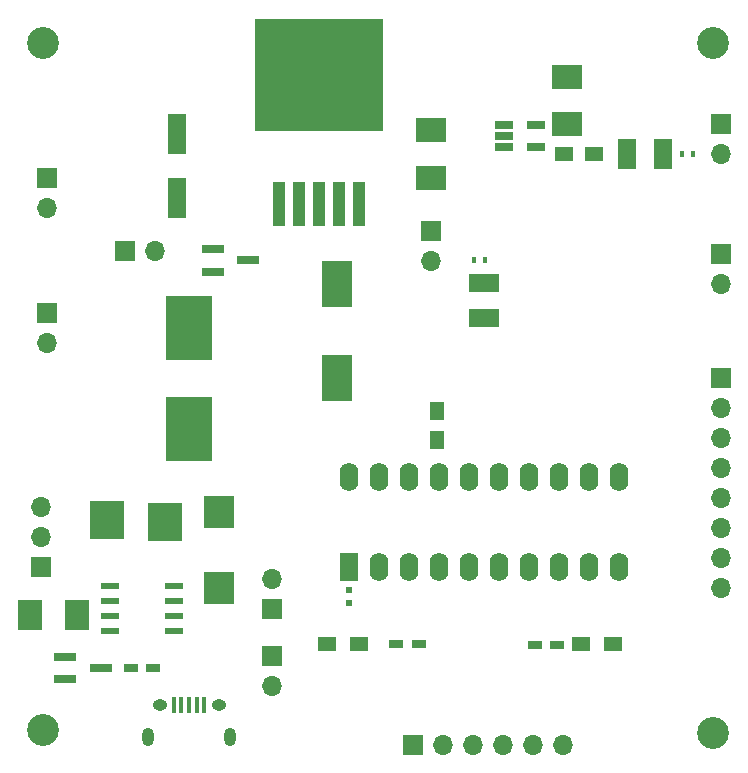
<source format=gbr>
G04 #@! TF.FileFunction,Soldermask,Top*
%FSLAX46Y46*%
G04 Gerber Fmt 4.6, Leading zero omitted, Abs format (unit mm)*
G04 Created by KiCad (PCBNEW 4.0.7) date 03/26/18 17:29:43*
%MOMM*%
%LPD*%
G01*
G04 APERTURE LIST*
%ADD10C,0.100000*%
%ADD11R,1.600000X3.500000*%
%ADD12R,2.500000X4.000000*%
%ADD13R,0.500000X0.600000*%
%ADD14R,1.500000X1.250000*%
%ADD15R,2.500000X2.000000*%
%ADD16R,1.250000X1.500000*%
%ADD17R,1.200000X0.750000*%
%ADD18R,2.550000X2.770000*%
%ADD19R,2.000000X2.500000*%
%ADD20R,1.900000X0.800000*%
%ADD21R,1.700000X1.700000*%
%ADD22O,1.700000X1.700000*%
%ADD23R,0.400000X1.350000*%
%ADD24O,1.250000X0.950000*%
%ADD25O,1.000000X1.550000*%
%ADD26R,4.000000X5.500000*%
%ADD27R,3.000000X3.200000*%
%ADD28R,1.500000X1.300000*%
%ADD29R,1.000000X3.850000*%
%ADD30R,10.950000X9.600000*%
%ADD31R,1.560000X0.650000*%
%ADD32R,1.600000X2.400000*%
%ADD33O,1.600000X2.400000*%
%ADD34R,1.550000X0.600000*%
%ADD35C,2.700000*%
%ADD36R,1.500000X2.600000*%
%ADD37R,2.600000X1.500000*%
%ADD38R,0.400000X0.600000*%
G04 APERTURE END LIST*
D10*
D11*
X122600000Y-73300000D03*
X122600000Y-67900000D03*
D12*
X136100000Y-80600000D03*
X136100000Y-88600000D03*
D13*
X137100000Y-106550000D03*
X137100000Y-107650000D03*
D14*
X155350000Y-69600000D03*
X157850000Y-69600000D03*
D15*
X155600000Y-67100000D03*
X155600000Y-63100000D03*
X144100000Y-71600000D03*
X144100000Y-67600000D03*
D16*
X144600000Y-93850000D03*
X144600000Y-91350000D03*
D17*
X118650000Y-113100000D03*
X120550000Y-113100000D03*
D18*
X126100000Y-106320000D03*
X126100000Y-99880000D03*
D19*
X110100000Y-108600000D03*
X114100000Y-108600000D03*
D20*
X125600000Y-77650000D03*
X125600000Y-79550000D03*
X128600000Y-78600000D03*
D17*
X143050000Y-111100000D03*
X141150000Y-111100000D03*
X152850000Y-111200000D03*
X154750000Y-111200000D03*
D20*
X113100000Y-112150000D03*
X113100000Y-114050000D03*
X116100000Y-113100000D03*
D21*
X111600000Y-71600000D03*
D22*
X111600000Y-74140000D03*
D21*
X111600000Y-83100000D03*
D22*
X111600000Y-85640000D03*
D23*
X122300000Y-116250000D03*
X122950000Y-116250000D03*
X123600000Y-116250000D03*
X124250000Y-116250000D03*
X124900000Y-116250000D03*
D24*
X121100000Y-116250000D03*
X126100000Y-116250000D03*
D25*
X120100000Y-118950000D03*
X127100000Y-118950000D03*
D21*
X130600000Y-112100000D03*
D22*
X130600000Y-114640000D03*
D21*
X130600000Y-108100000D03*
D22*
X130600000Y-105560000D03*
D21*
X144100000Y-76100000D03*
D22*
X144100000Y-78640000D03*
D21*
X142600000Y-119600000D03*
D22*
X145140000Y-119600000D03*
X147680000Y-119600000D03*
X150220000Y-119600000D03*
X152760000Y-119600000D03*
X155300000Y-119600000D03*
D21*
X168600000Y-67100000D03*
D22*
X168600000Y-69640000D03*
D21*
X168600000Y-78100000D03*
D22*
X168600000Y-80640000D03*
D21*
X111100000Y-104600000D03*
D22*
X111100000Y-102060000D03*
X111100000Y-99520000D03*
D21*
X168600000Y-88600000D03*
D22*
X168600000Y-91140000D03*
X168600000Y-93680000D03*
X168600000Y-96220000D03*
X168600000Y-98760000D03*
X168600000Y-101300000D03*
X168600000Y-103840000D03*
X168600000Y-106380000D03*
D26*
X123600000Y-92850000D03*
X123600000Y-84350000D03*
D27*
X121550000Y-100775000D03*
X116650000Y-100600000D03*
D28*
X135250000Y-111100000D03*
X137950000Y-111100000D03*
X159450000Y-111100000D03*
X156750000Y-111100000D03*
D29*
X131200000Y-73800000D03*
D30*
X134600000Y-62900000D03*
D29*
X132900000Y-73800000D03*
X134600000Y-73800000D03*
X136300000Y-73800000D03*
X138000000Y-73800000D03*
D31*
X150250000Y-67150000D03*
X150250000Y-68100000D03*
X150250000Y-69050000D03*
X152950000Y-69050000D03*
X152950000Y-67150000D03*
D32*
X137100000Y-104600000D03*
D33*
X159960000Y-96980000D03*
X139640000Y-104600000D03*
X157420000Y-96980000D03*
X142180000Y-104600000D03*
X154880000Y-96980000D03*
X144720000Y-104600000D03*
X152340000Y-96980000D03*
X147260000Y-104600000D03*
X149800000Y-96980000D03*
X149800000Y-104600000D03*
X147260000Y-96980000D03*
X152340000Y-104600000D03*
X144720000Y-96980000D03*
X154880000Y-104600000D03*
X142180000Y-96980000D03*
X157420000Y-104600000D03*
X139640000Y-96980000D03*
X159960000Y-104600000D03*
X137100000Y-96980000D03*
D34*
X122300000Y-110005000D03*
X122300000Y-108735000D03*
X122300000Y-107465000D03*
X122300000Y-106195000D03*
X116900000Y-106195000D03*
X116900000Y-107465000D03*
X116900000Y-108735000D03*
X116900000Y-110005000D03*
D35*
X168000000Y-60200000D03*
X111200000Y-60200000D03*
X111200000Y-118400000D03*
X168000000Y-118600000D03*
D21*
X118200000Y-77800000D03*
D22*
X120740000Y-77800000D03*
D36*
X163700000Y-69600000D03*
X160700000Y-69600000D03*
D37*
X148600000Y-80500000D03*
X148600000Y-83500000D03*
D38*
X166250000Y-69600000D03*
X165350000Y-69600000D03*
X147750000Y-78600000D03*
X148650000Y-78600000D03*
M02*

</source>
